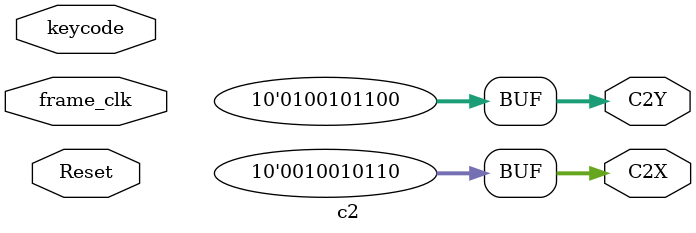
<source format=sv>



module  c2 ( input Reset, frame_clk, input [7:0] keycode,
               output [9:0]  C2X, C2Y);
    
       
    assign C2X = 150;
   
    assign C2Y = 300;
    

endmodule

</source>
